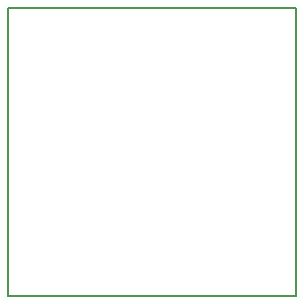
<source format=gko>
G04 DipTrace Beta 2.3.5.2*
%INLulfroMiniBrush-v2.GKO*%
%MOIN*%
%ADD11C,0.0055*%
%FSLAX44Y44*%
G04*
G70*
G90*
G75*
G01*
%LNBoardOutline*%
%LPD*%
X0Y0D2*
D11*
Y9600D1*
X9600D1*
Y0D1*
X0D1*
M02*

</source>
